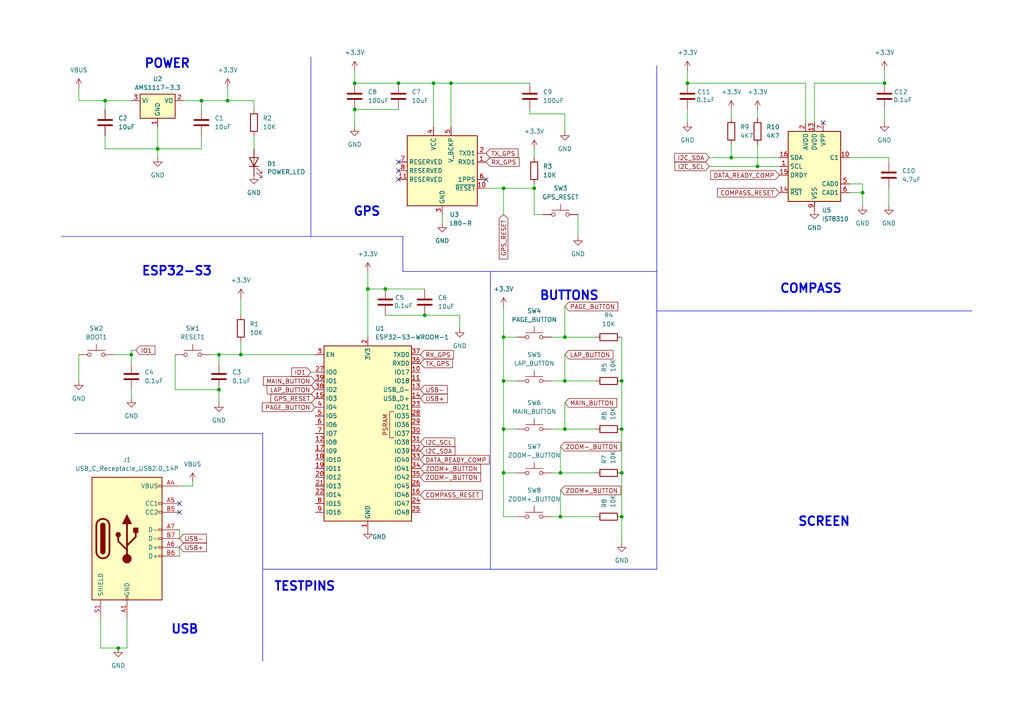
<source format=kicad_sch>
(kicad_sch (version 20250114) (generator "eeschema") (generator_version "9.0")
  (paper "A4")
  (title_block (title "Fietscomputer") (date "2025-08-24") (rev "0") (company "Sint-Jozef Instituut Schoten") (comment 2 "6ICW") (comment 3 "Sybe Van den Bergh"))
  (lib_symbols
    (symbol "Connector:USB_C_Receptacle_USB2.0_14P" (pin_names (offset 1.016))
      (property "Reference" "J" (at 0 22.225 0))
      (property "Value" "USB_C_Receptacle_USB2.0_14P" (at 0 19.685 0))
      (symbol "USB_C_Receptacle_USB2.0_14P_0_0"
        (rectangle (start -0.254 -17.78) (end 0.254 -16.764))
        (rectangle (start 10.16 15.494) (end 9.144 14.986))
        (rectangle (start 10.16 10.414) (end 9.144 9.906))
        (rectangle (start 10.16 7.874) (end 9.144 7.366))
        (rectangle (start 10.16 2.794) (end 9.144 2.286))
        (rectangle (start 10.16 0.254) (end 9.144 -0.254))
        (rectangle (start 10.16 -2.286) (end 9.144 -2.794))
        (rectangle (start 10.16 -4.826) (end 9.144 -5.334))
      )
      (symbol "USB_C_Receptacle_USB2.0_14P_0_1"
        (rectangle (start -10.16 17.78) (end 10.16 -17.78) (stroke (width 0.254)) (fill (type background)))
        (polyline (pts (xy -8.89 -3.81) (xy -8.89 3.81)) (stroke (width 0.508)))
        (rectangle (start -7.62 -3.81) (end -6.35 3.81) (stroke (width 0.254)) (fill (type outline)))
        (arc (start -7.62 3.81) (mid -6.985 4.4423) (end -6.35 3.81) (stroke (width 0.254)))
        (arc (start -7.62 3.81) (mid -6.985 4.4423) (end -6.35 3.81) (stroke (width 0.254)) (fill (type outline)))
        (arc (start -8.89 3.81) (mid -6.985 5.7067) (end -5.08 3.81) (stroke (width 0.508)))
        (arc (start -5.08 -3.81) (mid -6.985 -5.7067) (end -8.89 -3.81) (stroke (width 0.508)))
        (arc (start -6.35 -3.81) (mid -6.985 -4.4423) (end -7.62 -3.81) (stroke (width 0.254)))
        (arc (start -6.35 -3.81) (mid -6.985 -4.4423) (end -7.62 -3.81) (stroke (width 0.254)) (fill (type outline)))
        (polyline (pts (xy -5.08 3.81) (xy -5.08 -3.81)) (stroke (width 0.508)))
        (circle (center -2.54 1.143) (radius 0.635) (stroke (width 0.254)) (fill (type outline)))
        (polyline (pts (xy -1.27 4.318) (xy 0 6.858) (xy 1.27 4.318) (xy -1.27 4.318)) (stroke (width 0.254)) (fill (type outline)))
        (polyline (pts (xy 0 -2.032) (xy 2.54 0.508) (xy 2.54 1.778)) (stroke (width 0.508)))
        (polyline (pts (xy 0 -3.302) (xy -2.54 -0.762) (xy -2.54 0.508)) (stroke (width 0.508)))
        (polyline (pts (xy 0 -5.842) (xy 0 4.318)) (stroke (width 0.508)))
        (circle (center 0 -5.842) (radius 1.27) (fill (type outline)))
        (rectangle (start 1.905 1.778) (end 3.175 3.048) (stroke (width 0.254)) (fill (type outline)))
      )
      (symbol "USB_C_Receptacle_USB2.0_14P_1_1"
        (pin passive line (at -7.62 -22.86 90) (length 5.08) (name "SHIELD") (number "S1"))
        (pin passive line (at 0 -22.86 90) (length 5.08) (name "GND") (number "A1"))
        (pin passive line (at 0 -22.86 90) (length 5.08) (hide yes) (name "GND") (number "A12"))
        (pin passive line (at 0 -22.86 90) (length 5.08) (hide yes) (name "GND") (number "B1"))
        (pin passive line (at 0 -22.86 90) (length 5.08) (hide yes) (name "GND") (number "B12"))
        (pin passive line (at 15.24 15.24 180) (length 5.08) (name "VBUS") (number "A4"))
        (pin passive line (at 15.24 15.24 180) (length 5.08) (hide yes) (name "VBUS") (number "A9"))
        (pin passive line (at 15.24 15.24 180) (length 5.08) (hide yes) (name "VBUS") (number "B4"))
        (pin passive line (at 15.24 15.24 180) (length 5.08) (hide yes) (name "VBUS") (number "B9"))
        (pin bidirectional line (at 15.24 10.16 180) (length 5.08) (name "CC1") (number "A5"))
        (pin bidirectional line (at 15.24 7.62 180) (length 5.08) (name "CC2") (number "B5"))
        (pin bidirectional line (at 15.24 2.54 180) (length 5.08) (name "D-") (number "A7"))
        (pin bidirectional line (at 15.24 0 180) (length 5.08) (name "D-") (number "B7"))
        (pin bidirectional line (at 15.24 -2.54 180) (length 5.08) (name "D+") (number "A6"))
        (pin bidirectional line (at 15.24 -5.08 180) (length 5.08) (name "D+") (number "B6"))
      )
    )
    (symbol "Device:C" (pin_numbers (hide yes)) (pin_names (offset 0.254))
      (property "Reference" "C" (at 0.635 2.54 0))
      (property "Value" "C" (at 0.635 -2.54 0))
      (symbol "C_0_1"
        (polyline (pts (xy -2.032 0.762) (xy 2.032 0.762)) (stroke (width 0.508)))
        (polyline (pts (xy -2.032 -0.762) (xy 2.032 -0.762)) (stroke (width 0.508)))
      )
      (symbol "C_1_1"
        (pin passive line (at 0 3.81 270) (length 2.794) (name "~") (number "1"))
        (pin passive line (at 0 -3.81 90) (length 2.794) (name "~") (number "2"))
      )
    )
    (symbol "Device:LED" (pin_numbers (hide yes)) (pin_names (offset 1.016) (hide yes))
      (property "Reference" "D" (at 0 2.54 0))
      (property "Value" "LED" (at 0 -2.54 0))
      (symbol "LED_0_1"
        (polyline (pts (xy -3.048 -0.762) (xy -4.572 -2.286) (xy -3.81 -2.286) (xy -4.572 -2.286) (xy -4.572 -1.524)))
        (polyline (pts (xy -1.778 -0.762) (xy -3.302 -2.286) (xy -2.54 -2.286) (xy -3.302 -2.286) (xy -3.302 -1.524)))
        (polyline (pts (xy -1.27 0) (xy 1.27 0)))
        (polyline (pts (xy -1.27 -1.27) (xy -1.27 1.27)) (stroke (width 0.254)))
        (polyline (pts (xy 1.27 -1.27) (xy 1.27 1.27) (xy -1.27 0) (xy 1.27 -1.27)) (stroke (width 0.254)))
      )
      (symbol "LED_1_1"
        (pin passive line (at -3.81 0 0) (length 2.54) (name "K") (number "1"))
        (pin passive line (at 3.81 0 180) (length 2.54) (name "A") (number "2"))
      )
    )
    (symbol "Device:R" (pin_numbers (hide yes)) (pin_names (offset 0))
      (property "Reference" "R" (at 2.032 0 90))
      (property "Value" "R" (at 0 0 90))
      (symbol "R_0_1"
        (rectangle (start -1.016 -2.54) (end 1.016 2.54) (stroke (width 0.254)))
      )
      (symbol "R_1_1"
        (pin passive line (at 0 3.81 270) (length 1.27) (name "~") (number "1"))
        (pin passive line (at 0 -3.81 90) (length 1.27) (name "~") (number "2"))
      )
    )
    (symbol "RF_GPS:L80-R"
      (property "Reference" "U" (at -10.16 11.43 0))
      (property "Value" "L80-R" (at 10.16 11.43 0))
      (symbol "L80-R_0_1"
        (rectangle (start -10.16 10.16) (end 10.16 -10.16) (stroke (width 0.254)) (fill (type background)))
      )
      (symbol "L80-R_1_1"
        (pin passive line (at -12.7 2.54 0) (length 2.54) (name "RESERVED") (number "7"))
        (pin passive line (at -12.7 0 0) (length 2.54) (name "RESERVED") (number "8"))
        (pin passive line (at -12.7 -2.54 0) (length 2.54) (name "RESERVED") (number "11"))
        (pin power_in line (at -2.54 12.7 270) (length 2.54) (name "VCC") (number "4"))
        (pin passive line (at 0 -12.7 90) (length 2.54) (hide yes) (name "GND") (number "12"))
        (pin power_in line (at 0 -12.7 90) (length 2.54) (name "GND") (number "3"))
        (pin power_in line (at 2.54 12.7 270) (length 2.54) (name "V_BCKP") (number "5"))
        (pin no_connect line (at 10.16 0 180) (length 2.54) (hide yes) (name "NC") (number "9"))
        (pin output line (at 12.7 5.08 180) (length 2.54) (name "TXD1") (number "2"))
        (pin input line (at 12.7 2.54 180) (length 2.54) (name "RXD1") (number "1"))
        (pin output line (at 12.7 -2.54 180) (length 2.54) (name "1PPS") (number "6"))
        (pin input line (at 12.7 -5.08 180) (length 2.54) (name "~{RESET}") (number "10"))
      )
    )
    (symbol "RF_Module:ESP32-S3-WROOM-1"
      (property "Reference" "U" (at -12.7 26.67 0))
      (property "Value" "ESP32-S3-WROOM-1" (at 12.7 26.67 0))
      (symbol "ESP32-S3-WROOM-1_0_0"
        (rectangle (start -12.7 25.4) (end 12.7 -25.4) (stroke (width 0.254)) (fill (type background)))
        (text "PSRAM" (at 5.08 2.54 900) (effects (font (size 1.27 1.27))))
      )
      (symbol "ESP32-S3-WROOM-1_0_1"
        (polyline (pts (xy 7.62 -1.27) (xy 6.35 -1.27) (xy 6.35 6.35) (xy 7.62 6.35)))
      )
      (symbol "ESP32-S3-WROOM-1_1_1"
        (pin input line (at -15.24 22.86 0) (length 2.54) (name "EN") (number "3"))
        (pin bidirectional line (at -15.24 17.78 0) (length 2.54) (name "IO0") (number "27"))
        (pin bidirectional line (at -15.24 15.24 0) (length 2.54) (name "IO1") (number "39"))
        (pin bidirectional line (at -15.24 12.7 0) (length 2.54) (name "IO2") (number "38"))
        (pin bidirectional line (at -15.24 10.16 0) (length 2.54) (name "IO3") (number "15"))
        (pin bidirectional line (at -15.24 7.62 0) (length 2.54) (name "IO4") (number "4"))
        (pin bidirectional line (at -15.24 5.08 0) (length 2.54) (name "IO5") (number "5"))
        (pin bidirectional line (at -15.24 2.54 0) (length 2.54) (name "IO6") (number "6"))
        (pin bidirectional line (at -15.24 0 0) (length 2.54) (name "IO7") (number "7"))
        (pin bidirectional line (at -15.24 -2.54 0) (length 2.54) (name "IO8") (number "12"))
        (pin bidirectional line (at -15.24 -5.08 0) (length 2.54) (name "IO9") (number "17"))
        (pin bidirectional line (at -15.24 -7.62 0) (length 2.54) (name "IO10") (number "18"))
        (pin bidirectional line (at -15.24 -10.16 0) (length 2.54) (name "IO11") (number "19"))
        (pin bidirectional line (at -15.24 -12.7 0) (length 2.54) (name "IO12") (number "20"))
        (pin bidirectional line (at -15.24 -15.24 0) (length 2.54) (name "IO13") (number "21"))
        (pin bidirectional line (at -15.24 -17.78 0) (length 2.54) (name "IO14") (number "22"))
        (pin bidirectional line (at -15.24 -20.32 0) (length 2.54) (name "IO15") (number "8"))
        (pin bidirectional line (at -15.24 -22.86 0) (length 2.54) (name "IO16") (number "9"))
        (pin power_in line (at 0 27.94 270) (length 2.54) (name "3V3") (number "2"))
        (pin power_in line (at 0 -27.94 90) (length 2.54) (name "GND") (number "1"))
        (pin passive line (at 0 -27.94 90) (length 2.54) (hide yes) (name "GND") (number "40"))
        (pin passive line (at 0 -27.94 90) (length 2.54) (hide yes) (name "GND") (number "41"))
        (pin bidirectional line (at 15.24 22.86 180) (length 2.54) (name "TXD0") (number "37"))
        (pin bidirectional line (at 15.24 20.32 180) (length 2.54) (name "RXD0") (number "36"))
        (pin bidirectional line (at 15.24 17.78 180) (length 2.54) (name "IO17") (number "10"))
        (pin bidirectional line (at 15.24 15.24 180) (length 2.54) (name "IO18") (number "11"))
        (pin bidirectional line (at 15.24 12.7 180) (length 2.54) (name "USB_D-") (number "13"))
        (pin bidirectional line (at 15.24 10.16 180) (length 2.54) (name "USB_D+") (number "14"))
        (pin bidirectional line (at 15.24 7.62 180) (length 2.54) (name "IO21") (number "23"))
        (pin bidirectional line (at 15.24 5.08 180) (length 2.54) (name "IO35") (number "28"))
        (pin bidirectional line (at 15.24 2.54 180) (length 2.54) (name "IO36") (number "29"))
        (pin bidirectional line (at 15.24 0 180) (length 2.54) (name "IO37") (number "30"))
        (pin bidirectional line (at 15.24 -2.54 180) (length 2.54) (name "IO38") (number "31"))
        (pin bidirectional line (at 15.24 -5.08 180) (length 2.54) (name "IO39") (number "32"))
        (pin bidirectional line (at 15.24 -7.62 180) (length 2.54) (name "IO40") (number "33"))
        (pin bidirectional line (at 15.24 -10.16 180) (length 2.54) (name "IO41") (number "34"))
        (pin bidirectional line (at 15.24 -12.7 180) (length 2.54) (name "IO42") (number "35"))
        (pin bidirectional line (at 15.24 -15.24 180) (length 2.54) (name "IO45") (number "26"))
        (pin bidirectional line (at 15.24 -17.78 180) (length 2.54) (name "IO46") (number "16"))
        (pin bidirectional line (at 15.24 -20.32 180) (length 2.54) (name "IO47") (number "24"))
        (pin bidirectional line (at 15.24 -22.86 180) (length 2.54) (name "IO48") (number "25"))
      )
    )
    (symbol "Regulator_Linear:AMS1117-3.3"
      (property "Reference" "U" (at -3.81 3.175 0))
      (property "Value" "AMS1117-3.3" (at 0 3.175 0))
      (symbol "AMS1117-3.3_0_1"
        (rectangle (start -5.08 -5.08) (end 5.08 1.905) (stroke (width 0.254)) (fill (type background)))
      )
      (symbol "AMS1117-3.3_1_1"
        (pin power_in line (at -7.62 0 0) (length 2.54) (name "VI") (number "3"))
        (pin power_in line (at 0 -7.62 90) (length 2.54) (name "GND") (number "1"))
        (pin power_out line (at 7.62 0 180) (length 2.54) (name "VO") (number "2"))
      )
    )
    (symbol "Sensor_Magnetic:IST8310"
      (property "Reference" "U" (at -7.62 11.43 0))
      (property "Value" "IST8310" (at 10.16 11.43 0))
      (symbol "IST8310_0_1"
        (rectangle (start -7.62 10.16) (end 7.62 -10.16) (stroke (width 0.254)) (fill (type background)))
      )
      (symbol "IST8310_1_1"
        (pin bidirectional line (at -10.16 2.54 0) (length 2.54) (name "SDA") (number "16"))
        (pin input line (at -10.16 0 0) (length 2.54) (name "SCL") (number "1"))
        (pin output line (at -10.16 -2.54 0) (length 2.54) (name "DRDY") (number "15"))
        (pin input line (at -10.16 -7.62 0) (length 2.54) (name "~{RST}") (number "14"))
        (pin no_connect line (at -7.62 7.62 0) (length 2.54) (hide yes) (name "NC") (number "3"))
        (pin no_connect line (at -7.62 5.08 0) (length 2.54) (hide yes) (name "NC") (number "4"))
        (pin power_in line (at -2.54 12.7 270) (length 2.54) (name "AVDD") (number "2"))
        (pin power_in line (at 0 12.7 270) (length 2.54) (name "DVDD") (number "13"))
        (pin passive line (at 0 -12.7 90) (length 2.54) (hide yes) (name "VSS") (number "11"))
        (pin power_in line (at 0 -12.7 90) (length 2.54) (name "VSS") (number "9"))
        (pin passive line (at 2.54 12.7 270) (length 2.54) (name "VPP") (number "7"))
        (pin no_connect line (at 7.62 7.62 180) (length 2.54) (hide yes) (name "NC") (number "12"))
        (pin no_connect line (at 7.62 5.08 180) (length 2.54) (hide yes) (name "NC") (number "8"))
        (pin passive line (at 10.16 2.54 180) (length 2.54) (name "C1") (number "10"))
        (pin input line (at 10.16 -5.08 180) (length 2.54) (name "CAD0") (number "5"))
        (pin input line (at 10.16 -7.62 180) (length 2.54) (name "CAD1") (number "6"))
      )
    )
    (symbol "Switch:SW_Push" (pin_numbers (hide yes)) (pin_names (offset 1.016) (hide yes))
      (property "Reference" "SW" (at 1.27 2.54 0))
      (property "Value" "SW_Push" (at 0 -1.524 0))
      (symbol "SW_Push_0_1"
        (circle (center -2.032 0) (radius 0.508))
        (polyline (pts (xy 0 1.27) (xy 0 3.048)))
        (circle (center 2.032 0) (radius 0.508))
        (polyline (pts (xy 2.54 1.27) (xy -2.54 1.27)))
        (pin passive line (at -5.08 0 0) (length 2.54) (name "1") (number "1"))
        (pin passive line (at 5.08 0 180) (length 2.54) (name "2") (number "2"))
      )
    )
    (symbol "power:+3.3V" (power) (pin_numbers (hide yes)) (pin_names (offset 0) (hide yes))
      (property "Value" "+3.3V" (at 0 3.556 0))
      (symbol "+3.3V_0_1"
        (polyline (pts (xy -0.762 1.27) (xy 0 2.54)))
        (polyline (pts (xy 0 2.54) (xy 0.762 1.27)))
        (polyline (pts (xy 0 0) (xy 0 2.54)))
      )
      (symbol "+3.3V_1_1"
        (pin power_in line (at 0 0 90) (length 0) (name "~") (number "1"))
      )
    )
    (symbol "power:GND" (power) (pin_numbers (hide yes)) (pin_names (offset 0) (hide yes))
      (property "Value" "GND" (at 0 -3.81 0))
      (symbol "GND_0_1"
        (polyline (pts (xy 0 0) (xy 0 -1.27) (xy 1.27 -1.27) (xy 0 -2.54) (xy -1.27 -1.27) (xy 0 -1.27)))
      )
      (symbol "GND_1_1"
        (pin power_in line (at 0 0 270) (length 0) (name "~") (number "1"))
      )
    )
    (symbol "power:VBUS" (power) (pin_numbers (hide yes)) (pin_names (offset 0) (hide yes))
      (property "Value" "VBUS" (at 0 3.556 0))
      (symbol "VBUS_0_1"
        (polyline (pts (xy -0.762 1.27) (xy 0 2.54)))
        (polyline (pts (xy 0 2.54) (xy 0.762 1.27)))
        (polyline (pts (xy 0 0) (xy 0 2.54)))
      )
      (symbol "VBUS_1_1"
        (pin power_in line (at 0 0 90) (length 0) (name "~") (number "1"))
      )
    )
  )
  (text "GPS" (at 106.426 61.468 0) (effects (font (size 2.54 2.54) (thickness 0.508) (bold yes))))
  (text "TESTPINS\n" (at 88.392 170.18 0) (effects (font (size 2.54 2.54) (thickness 0.508) (bold yes))))
  (text "COMPASS" (at 235.204 83.82 0) (effects (font (size 2.54 2.54) (thickness 0.508) (bold yes))))
  (text "ESP32-S3" (at 51.308 78.74 0) (effects (font (size 2.54 2.54) (thickness 0.508) (bold yes))))
  (text "SCREEN\n" (at 239.014 151.384 0) (effects (font (size 2.54 2.54) (thickness 0.508) (bold yes))))
  (text "POWER" (at 48.514 18.542 0) (effects (font (size 2.54 2.54) (thickness 0.508) (bold yes))))
  (text "USB\n" (at 53.594 182.626 0) (effects (font (size 2.54 2.54) (thickness 0.508) (bold yes))))
  (text "BUTTONS" (at 165.1 85.852 0) (effects (font (size 2.54 2.54) (thickness 0.508) (bold yes))))
  (junction (at 146.05 137.16))
  (junction (at 34.29 187.96))
  (junction (at 111.76 83.82))
  (junction (at 162.56 149.86))
  (junction (at 63.5 113.03))
  (junction (at 146.05 54.61))
  (junction (at 154.94 54.61))
  (junction (at 102.87 31.75))
  (junction (at 219.71 48.26))
  (junction (at 66.04 29.21))
  (junction (at 256.54 24.13))
  (junction (at 146.05 124.46))
  (junction (at 102.87 24.13))
  (junction (at 163.83 124.46))
  (junction (at 212.09 45.72))
  (junction (at 180.34 110.49))
  (junction (at 69.85 102.87))
  (junction (at 180.34 124.46))
  (junction (at 123.19 91.44))
  (junction (at 115.57 24.13))
  (junction (at 63.5 102.87))
  (junction (at 130.81 24.13))
  (junction (at 45.72 43.18))
  (junction (at 250.19 55.88))
  (junction (at 58.42 29.21))
  (junction (at 199.39 24.13))
  (junction (at 180.34 137.16))
  (junction (at 106.68 83.82))
  (junction (at 30.48 29.21))
  (junction (at 38.1 102.87))
  (junction (at 180.34 149.86))
  (junction (at 163.83 110.49))
  (junction (at 146.05 110.49))
  (junction (at 163.83 97.79))
  (junction (at 162.56 137.16))
  (junction (at 146.05 97.79))
  (junction (at 125.73 24.13))
  (no_connect (at 52.07 148.59))
  (no_connect (at 140.97 52.07))
  (no_connect (at 115.57 52.07))
  (no_connect (at 238.76 35.56))
  (no_connect (at 115.57 49.53))
  (no_connect (at 115.57 46.99))
  (no_connect (at 52.07 146.05))
  (wire (pts (xy 45.72 36.83) (xy 45.72 43.18)))
  (wire (pts (xy 219.71 48.26) (xy 226.06 48.26)))
  (wire (pts (xy 160.02 110.49) (xy 163.83 110.49)))
  (wire (pts (xy 163.83 97.79) (xy 172.72 97.79)))
  (polyline (pts (xy 190.5 78.74) (xy 116.84 78.74)))
  (wire (pts (xy 163.83 88.9) (xy 163.83 97.79)))
  (wire (pts (xy 180.34 97.79) (xy 180.34 110.49)))
  (wire (pts (xy 73.66 39.37) (xy 73.66 43.18)))
  (wire (pts (xy 162.56 137.16) (xy 172.72 137.16)))
  (wire (pts (xy 154.94 53.34) (xy 154.94 54.61)))
  (wire (pts (xy 163.83 124.46) (xy 172.72 124.46)))
  (wire (pts (xy 180.34 149.86) (xy 180.34 157.48)))
  (wire (pts (xy 163.83 116.84) (xy 163.83 124.46)))
  (wire (pts (xy 111.76 83.82) (xy 123.19 83.82)))
  (wire (pts (xy 160.02 124.46) (xy 163.83 124.46)))
  (wire (pts (xy 123.19 91.44) (xy 133.35 91.44)))
  (wire (pts (xy 212.09 41.91) (xy 212.09 45.72)))
  (wire (pts (xy 111.76 91.44) (xy 123.19 91.44)))
  (wire (pts (xy 33.02 102.87) (xy 38.1 102.87)))
  (wire (pts (xy 69.85 102.87) (xy 91.44 102.87)))
  (polyline (pts (xy 116.84 78.74) (xy 116.84 68.58)))
  (wire (pts (xy 256.54 20.32) (xy 256.54 24.13)))
  (wire (pts (xy 58.42 39.37) (xy 58.42 43.18)))
  (wire (pts (xy 163.83 33.02) (xy 153.67 33.02)))
  (wire (pts (xy 66.04 29.21) (xy 66.04 25.4)))
  (wire (pts (xy 163.83 110.49) (xy 172.72 110.49)))
  (wire (pts (xy 146.05 54.61) (xy 146.05 62.23)))
  (wire (pts (xy 146.05 110.49) (xy 149.86 110.49)))
  (wire (pts (xy 246.38 53.34) (xy 250.19 53.34)))
  (wire (pts (xy 58.42 29.21) (xy 66.04 29.21)))
  (wire (pts (xy 38.1 113.03) (xy 38.1 115.57)))
  (wire (pts (xy 154.94 43.18) (xy 154.94 45.72)))
  (wire (pts (xy 180.34 124.46) (xy 180.34 137.16)))
  (wire (pts (xy 236.22 24.13) (xy 236.22 35.56)))
  (wire (pts (xy 30.48 39.37) (xy 30.48 43.18)))
  (polyline (pts (xy 90.17 16.51) (xy 90.17 68.58)))
  (wire (pts (xy 146.05 124.46) (xy 149.86 124.46)))
  (wire (pts (xy 146.05 149.86) (xy 149.86 149.86)))
  (wire (pts (xy 52.07 153.67) (xy 52.07 156.21)))
  (wire (pts (xy 246.38 55.88) (xy 250.19 55.88)))
  (wire (pts (xy 106.68 78.74) (xy 106.68 83.82)))
  (wire (pts (xy 146.05 97.79) (xy 146.05 110.49)))
  (wire (pts (xy 125.73 24.13) (xy 115.57 24.13)))
  (wire (pts (xy 38.1 101.6) (xy 39.37 101.6)))
  (wire (pts (xy 30.48 43.18) (xy 45.72 43.18)))
  (wire (pts (xy 153.67 33.02) (xy 153.67 31.75)))
  (wire (pts (xy 36.83 187.96) (xy 36.83 179.07)))
  (wire (pts (xy 22.86 29.21) (xy 30.48 29.21)))
  (wire (pts (xy 256.54 31.75) (xy 256.54 35.56)))
  (wire (pts (xy 91.44 107.95) (xy 90.17 107.95)))
  (wire (pts (xy 45.72 43.18) (xy 45.72 45.72)))
  (wire (pts (xy 167.64 62.23) (xy 167.64 68.58)))
  (wire (pts (xy 133.35 95.25) (xy 133.35 91.44)))
  (wire (pts (xy 45.72 43.18) (xy 58.42 43.18)))
  (wire (pts (xy 38.1 105.41) (xy 38.1 102.87)))
  (wire (pts (xy 52.07 158.75) (xy 52.07 161.29)))
  (wire (pts (xy 69.85 86.36) (xy 69.85 91.44)))
  (wire (pts (xy 160.02 149.86) (xy 162.56 149.86)))
  (wire (pts (xy 180.34 110.49) (xy 180.34 124.46)))
  (wire (pts (xy 125.73 36.83) (xy 125.73 24.13)))
  (wire (pts (xy 212.09 31.75) (xy 212.09 34.29)))
  (wire (pts (xy 115.57 24.13) (xy 102.87 24.13)))
  (wire (pts (xy 55.88 139.7) (xy 55.88 140.97)))
  (wire (pts (xy 162.56 149.86) (xy 172.72 149.86)))
  (wire (pts (xy 106.68 83.82) (xy 106.68 97.79)))
  (wire (pts (xy 125.73 24.13) (xy 130.81 24.13)))
  (wire (pts (xy 154.94 54.61) (xy 154.94 62.23)))
  (polyline (pts (xy 190.5 90.17) (xy 281.94 90.17)))
  (wire (pts (xy 130.81 24.13) (xy 153.67 24.13)))
  (wire (pts (xy 63.5 113.03) (xy 50.8 113.03)))
  (wire (pts (xy 102.87 31.75) (xy 102.87 36.83)))
  (wire (pts (xy 250.19 55.88) (xy 250.19 59.69)))
  (wire (pts (xy 130.81 24.13) (xy 130.81 36.83)))
  (wire (pts (xy 160.02 97.79) (xy 163.83 97.79)))
  (wire (pts (xy 219.71 31.75) (xy 219.71 34.29)))
  (wire (pts (xy 233.68 24.13) (xy 233.68 35.56)))
  (wire (pts (xy 256.54 24.13) (xy 236.22 24.13)))
  (wire (pts (xy 60.96 102.87) (xy 63.5 102.87)))
  (wire (pts (xy 73.66 31.75) (xy 73.66 29.21)))
  (wire (pts (xy 257.81 54.61) (xy 257.81 59.69)))
  (polyline (pts (xy 76.2 165.1) (xy 190.5 165.1)))
  (wire (pts (xy 163.83 102.87) (xy 163.83 110.49)))
  (polyline (pts (xy 17.78 68.58) (xy 90.17 68.58)))
  (wire (pts (xy 219.71 41.91) (xy 219.71 48.26)))
  (wire (pts (xy 162.56 142.24) (xy 162.56 149.86)))
  (wire (pts (xy 22.86 102.87) (xy 22.86 110.49)))
  (wire (pts (xy 199.39 24.13) (xy 233.68 24.13)))
  (wire (pts (xy 128.27 62.23) (xy 128.27 64.77)))
  (wire (pts (xy 180.34 137.16) (xy 180.34 149.86)))
  (polyline (pts (xy 142.24 78.74) (xy 142.24 165.1)))
  (wire (pts (xy 102.87 31.75) (xy 115.57 31.75)))
  (wire (pts (xy 205.74 48.26) (xy 219.71 48.26)))
  (wire (pts (xy 146.05 54.61) (xy 154.94 54.61)))
  (wire (pts (xy 30.48 29.21) (xy 30.48 31.75)))
  (polyline (pts (xy 21.59 125.73) (xy 76.2 125.73)))
  (wire (pts (xy 162.56 129.54) (xy 162.56 137.16)))
  (wire (pts (xy 22.86 25.4) (xy 22.86 29.21)))
  (wire (pts (xy 58.42 29.21) (xy 58.42 31.75)))
  (wire (pts (xy 146.05 137.16) (xy 149.86 137.16)))
  (wire (pts (xy 69.85 99.06) (xy 69.85 102.87)))
  (polyline (pts (xy 116.84 68.58) (xy 90.17 68.58)))
  (wire (pts (xy 66.04 29.21) (xy 73.66 29.21)))
  (wire (pts (xy 146.05 137.16) (xy 146.05 149.86)))
  (wire (pts (xy 157.48 62.23) (xy 154.94 62.23)))
  (wire (pts (xy 146.05 97.79) (xy 149.86 97.79)))
  (wire (pts (xy 63.5 102.87) (xy 69.85 102.87)))
  (wire (pts (xy 30.48 29.21) (xy 38.1 29.21)))
  (wire (pts (xy 199.39 31.75) (xy 199.39 35.56)))
  (wire (pts (xy 53.34 29.21) (xy 58.42 29.21)))
  (wire (pts (xy 199.39 20.32) (xy 199.39 24.13)))
  (wire (pts (xy 205.74 45.72) (xy 212.09 45.72)))
  (wire (pts (xy 257.81 45.72) (xy 257.81 46.99)))
  (wire (pts (xy 146.05 124.46) (xy 146.05 137.16)))
  (wire (pts (xy 55.88 140.97) (xy 52.07 140.97)))
  (wire (pts (xy 246.38 45.72) (xy 257.81 45.72)))
  (wire (pts (xy 163.83 38.1) (xy 163.83 33.02)))
  (wire (pts (xy 146.05 88.9) (xy 146.05 97.79)))
  (wire (pts (xy 102.87 20.32) (xy 102.87 24.13)))
  (polyline (pts (xy 76.2 125.73) (xy 76.2 191.77)))
  (wire (pts (xy 63.5 113.03) (xy 63.5 116.84)))
  (wire (pts (xy 160.02 137.16) (xy 162.56 137.16)))
  (wire (pts (xy 63.5 102.87) (xy 63.5 105.41)))
  (wire (pts (xy 50.8 102.87) (xy 50.8 113.03)))
  (wire (pts (xy 38.1 102.87) (xy 38.1 101.6)))
  (wire (pts (xy 146.05 110.49) (xy 146.05 124.46)))
  (polyline (pts (xy 190.5 19.05) (xy 190.5 90.17)))
  (wire (pts (xy 34.29 187.96) (xy 36.83 187.96)))
  (wire (pts (xy 250.19 53.34) (xy 250.19 55.88)))
  (polyline (pts (xy 190.5 90.17) (xy 190.5 165.1)))
  (wire (pts (xy 140.97 54.61) (xy 146.05 54.61)))
  (wire (pts (xy 212.09 45.72) (xy 226.06 45.72)))
  (wire (pts (xy 29.21 187.96) (xy 34.29 187.96)))
  (wire (pts (xy 106.68 83.82) (xy 111.76 83.82)))
  (wire (pts (xy 29.21 179.07) (xy 29.21 187.96)))
  (global_label "RX_GPS" (shape input) (at 140.97 46.99 0) (property "Intersheetrefs" "${INTERSHEET_REFS}" (effects (hide yes))))
  (global_label "IO1" (shape input) (at 39.37 101.6 0) (property "Intersheetrefs" "${INTERSHEET_REFS}" (effects (hide yes))))
  (global_label "ZOOM+_BUTTON" (shape input) (at 121.92 135.89 0) (property "Intersheetrefs" "${INTERSHEET_REFS}" (effects (hide yes))))
  (global_label "ZOOM-_BUTTON" (shape input) (at 121.92 138.43 0) (property "Intersheetrefs" "${INTERSHEET_REFS}" (effects (hide yes))))
  (global_label "TX_GPS" (shape input) (at 140.97 44.45 0) (property "Intersheetrefs" "${INTERSHEET_REFS}" (effects (hide yes))))
  (global_label "USB-" (shape input) (at 52.07 156.21 0) (property "Intersheetrefs" "${INTERSHEET_REFS}" (effects (hide yes))))
  (global_label "USB+" (shape input) (at 121.92 115.57 0) (property "Intersheetrefs" "${INTERSHEET_REFS}" (effects (hide yes))))
  (global_label "GPS_RESET" (shape input) (at 146.05 62.23 270) (property "Intersheetrefs" "${INTERSHEET_REFS}" (effects (hide yes))))
  (global_label "I2C_SCL" (shape input) (at 205.74 48.26 180) (property "Intersheetrefs" "${INTERSHEET_REFS}" (effects (hide yes))))
  (global_label "ZOOM+_BUTTON" (shape input) (at 162.56 142.24 0) (property "Intersheetrefs" "${INTERSHEET_REFS}" (effects (hide yes))))
  (global_label "I2C_SDA" (shape input) (at 121.92 130.81 0) (property "Intersheetrefs" "${INTERSHEET_REFS}" (effects (hide yes))))
  (global_label "LAP_BUTTON" (shape input) (at 91.44 113.03 180) (property "Intersheetrefs" "${INTERSHEET_REFS}" (effects (hide yes))))
  (global_label "MAIN_BUTTON" (shape input) (at 163.83 116.84 0) (property "Intersheetrefs" "${INTERSHEET_REFS}" (effects (hide yes))))
  (global_label "GPS_RESET" (shape input) (at 91.44 115.57 180) (property "Intersheetrefs" "${INTERSHEET_REFS}" (effects (hide yes))))
  (global_label "COMPASS_RESET" (shape input) (at 121.92 143.51 0) (property "Intersheetrefs" "${INTERSHEET_REFS}" (effects (hide yes))))
  (global_label "ZOOM-_BUTTON" (shape input) (at 162.56 129.54 0) (property "Intersheetrefs" "${INTERSHEET_REFS}" (effects (hide yes))))
  (global_label "USB+" (shape input) (at 52.07 158.75 0) (property "Intersheetrefs" "${INTERSHEET_REFS}" (effects (hide yes))))
  (global_label "COMPASS_RESET" (shape input) (at 226.06 55.88 180) (property "Intersheetrefs" "${INTERSHEET_REFS}" (effects (hide yes))))
  (global_label "USB-" (shape input) (at 121.92 113.03 0) (property "Intersheetrefs" "${INTERSHEET_REFS}" (effects (hide yes))))
  (global_label "RX_GPS" (shape input) (at 121.92 102.87 0) (property "Intersheetrefs" "${INTERSHEET_REFS}" (effects (hide yes))))
  (global_label "DATA_READY_COMP" (shape input) (at 226.06 50.8 180) (property "Intersheetrefs" "${INTERSHEET_REFS}" (effects (hide yes))))
  (global_label "MAIN_BUTTON" (shape input) (at 91.44 110.49 180) (property "Intersheetrefs" "${INTERSHEET_REFS}" (effects (hide yes))))
  (global_label "TX_GPS" (shape input) (at 121.92 105.41 0) (property "Intersheetrefs" "${INTERSHEET_REFS}" (effects (hide yes))))
  (global_label "DATA_READY_COMP" (shape input) (at 121.92 133.35 0) (property "Intersheetrefs" "${INTERSHEET_REFS}" (effects (hide yes))))
  (global_label "I2C_SDA" (shape input) (at 205.74 45.72 180) (property "Intersheetrefs" "${INTERSHEET_REFS}" (effects (hide yes))))
  (global_label "IO1" (shape input) (at 90.17 107.95 180) (property "Intersheetrefs" "${INTERSHEET_REFS}" (effects (hide yes))))
  (global_label "LAP_BUTTON" (shape input) (at 163.83 102.87 0) (property "Intersheetrefs" "${INTERSHEET_REFS}" (effects (hide yes))))
  (global_label "PAGE_BUTTON" (shape input) (at 91.44 118.11 180) (property "Intersheetrefs" "${INTERSHEET_REFS}" (effects (hide yes))))
  (global_label "PAGE_BUTTON" (shape input) (at 163.83 88.9 0) (property "Intersheetrefs" "${INTERSHEET_REFS}" (effects (hide yes))))
  (global_label "I2C_SCL" (shape input) (at 121.92 128.27 0) (property "Intersheetrefs" "${INTERSHEET_REFS}" (effects (hide yes))))
  (symbol (lib_id "Switch:SW_Push") (at 154.94 137.16 0) (unit 1)
    (property "Reference" "SW7" (at 154.94 129.54 0))
    (property "Value" "ZOOM-_BUTTON" (at 154.94 132.08 0))
    (property "Footprint" "CUSTOM FOODPRINTS:KNOP ANGLED" (effects (hide yes)))
    (property "Description" "Push button switch, generic, two pins" (effects (hide yes)))
    (property "JLCPCB PARTNUMBER" "C86476" (effects (hide yes)))
  )
  (symbol (lib_id "Device:C") (at 38.1 109.22 0) (unit 1)
    (property "Reference" "C4" (at 41.91 107.9499 0) (effects (justify left)))
    (property "Value" "0.1uF" (at 41.91 110.4899 0) (effects (justify left)))
    (property "Footprint" "Capacitor_SMD:C_0805_2012Metric" (effects (hide yes)))
    (property "Description" "Unpolarized capacitor" (effects (hide yes)))
  )
  (symbol (lib_id "Device:C") (at 115.57 27.94 0) (unit 1)
    (property "Reference" "C7" (at 119.38 26.6699 0) (effects (justify left)))
    (property "Value" "10uF" (at 119.38 29.2099 0) (effects (justify left)))
    (property "Footprint" "Capacitor_SMD:C_0805_2012Metric" (effects (hide yes)))
    (property "Description" "Unpolarized capacitor" (effects (hide yes)))
  )
  (symbol (lib_id "power:+3.3V") (at 212.09 31.75 0) (unit 1)
    (property "Reference" "#PWR022" (effects (hide yes)))
    (property "Value" "+3.3V" (at 212.09 26.67 0))
    (property "Description" "Power symbol creates a global label with name \"+3.3V\"" (effects (hide yes)))
  )
  (symbol (lib_id "power:+3.3V") (at 69.85 86.36 0) (unit 1)
    (property "Reference" "#PWR04" (effects (hide yes)))
    (property "Value" "+3.3V" (at 69.85 81.28 0))
    (property "Description" "Power symbol creates a global label with name \"+3.3V\"" (effects (hide yes)))
  )
  (symbol (lib_id "Sensor_Magnetic:IST8310") (at 236.22 48.26 0) (unit 1)
    (property "Reference" "U5" (at 238.3633 60.96 0) (effects (justify left)))
    (property "Value" "IST8310" (at 238.3633 63.5 0) (effects (justify left)))
    (property "Footprint" "Package_LGA:LGA-16_3x3mm_P0.5mm" (effects (hide yes)))
    (property "Datasheet" "http://www.isentek.com/en/dlf.php?file=../ISENTEK/(201703-09)IST8310%20Datasheet%20v1.2_brief-105.09.20.pdf" (effects (hide yes)))
    (property "Description" "3D Magnetometer, I2C Interface, LGA-16" (effects (hide yes)))
  )
  (symbol (lib_id "power:+3.3V") (at 146.05 88.9 0) (unit 1)
    (property "Reference" "#PWR021" (effects (hide yes)))
    (property "Value" "+3.3V" (at 146.05 83.82 0))
    (property "Description" "Power symbol creates a global label with name \"+3.3V\"" (effects (hide yes)))
  )
  (symbol (lib_id "power:+3.3V") (at 199.39 20.32 0) (unit 1)
    (property "Reference" "#PWR029" (effects (hide yes)))
    (property "Value" "+3.3V" (at 199.39 15.24 0))
    (property "Description" "Power symbol creates a global label with name \"+3.3V\"" (effects (hide yes)))
  )
  (symbol (lib_id "power:GND") (at 167.64 68.58 0) (unit 1)
    (property "Reference" "#PWR016" (effects (hide yes)))
    (property "Value" "GND" (at 167.64 73.66 0))
    (property "Description" "Power symbol creates a global label with name \"GND\" , ground" (effects (hide yes)))
  )
  (symbol (lib_id "Device:R") (at 73.66 35.56 0) (unit 1)
    (property "Reference" "R2" (at 76.2 34.2899 0) (effects (justify left)))
    (property "Value" "10K" (at 76.2 36.8299 0) (effects (justify left)))
    (property "Footprint" "Resistor_SMD:R_0805_2012Metric" (effects (hide yes)))
    (property "Description" "Resistor" (effects (hide yes)))
  )
  (symbol (lib_id "Regulator_Linear:AMS1117-3.3") (at 45.72 29.21 0) (unit 1)
    (property "Reference" "U2" (at 45.72 22.86 0))
    (property "Value" "AMS1117-3.3" (at 45.72 25.4 0))
    (property "Footprint" "Package_TO_SOT_SMD:SOT-223-3_TabPin2" (effects (hide yes)))
    (property "Datasheet" "http://www.advanced-monolithic.com/pdf/ds1117.pdf" (effects (hide yes)))
    (property "Description" "1A Low Dropout regulator, positive, 3.3V fixed output, SOT-223" (effects (hide yes)))
  )
  (symbol (lib_id "Device:C") (at 256.54 27.94 0) (unit 1)
    (property "Reference" "C12" (at 259.334 26.67 0) (effects (justify left)))
    (property "Value" "0.1uF" (at 259.08 28.956 0) (effects (justify left)))
    (property "Footprint" "Capacitor_SMD:C_0805_2012Metric" (effects (hide yes)))
    (property "Description" "Unpolarized capacitor" (effects (hide yes)))
  )
  (symbol (lib_id "Device:R") (at 176.53 97.79 90) (unit 1)
    (property "Reference" "R4" (at 176.53 91.44 90))
    (property "Value" "10K" (at 176.53 93.98 90))
    (property "Footprint" "Resistor_SMD:R_0805_2012Metric" (effects (hide yes)))
    (property "Description" "Resistor" (effects (hide yes)))
  )
  (symbol (lib_id "power:GND") (at 63.5 116.84 0) (unit 1)
    (property "Reference" "#PWR05" (effects (hide yes)))
    (property "Value" "GND" (at 63.5 121.92 0))
    (property "Description" "Power symbol creates a global label with name \"GND\" , ground" (effects (hide yes)))
  )
  (symbol (lib_id "power:GND") (at 38.1 115.57 0) (unit 1)
    (property "Reference" "#PWR06" (effects (hide yes)))
    (property "Value" "GND" (at 38.1 120.65 0))
    (property "Description" "Power symbol creates a global label with name \"GND\" , ground" (effects (hide yes)))
  )
  (symbol (lib_id "Device:LED") (at 73.66 46.99 90) (unit 1)
    (property "Reference" "D1" (at 77.47 47.498 90) (effects (justify right)))
    (property "Value" "POWER_LED" (at 77.47 49.8474 90) (effects (justify right)))
    (property "Footprint" "LED_SMD:LED_0603_1608Metric" (effects (hide yes)))
    (property "Description" "Light emitting diode" (effects (hide yes)))
    (property "Sim.Pins" "1=K 2=A" (effects (hide yes)))
  )
  (symbol (lib_id "Device:C") (at 102.87 27.94 0) (unit 1)
    (property "Reference" "C8" (at 106.68 26.6699 0) (effects (justify left)))
    (property "Value" "100uF" (at 106.68 29.2099 0) (effects (justify left)))
    (property "Footprint" "Capacitor_SMD:C_0805_2012Metric" (effects (hide yes)))
    (property "Description" "Unpolarized capacitor" (effects (hide yes)))
  )
  (symbol (lib_id "Device:C") (at 257.81 50.8 0) (unit 1)
    (property "Reference" "C10" (at 261.62 49.5299 0) (effects (justify left)))
    (property "Value" "4.7uF" (at 261.62 52.0699 0) (effects (justify left)))
    (property "Footprint" "Capacitor_SMD:C_0805_2012Metric" (effects (hide yes)))
    (property "Description" "Unpolarized capacitor" (effects (hide yes)))
  )
  (symbol (lib_id "power:GND") (at 22.86 110.49 0) (unit 1)
    (property "Reference" "#PWR07" (effects (hide yes)))
    (property "Value" "GND" (at 22.86 115.57 0))
    (property "Description" "Power symbol creates a global label with name \"GND\" , ground" (effects (hide yes)))
  )
  (symbol (lib_id "power:GND") (at 236.22 60.96 0) (unit 1)
    (property "Reference" "#PWR026" (effects (hide yes)))
    (property "Value" "GND" (at 236.22 66.04 0))
    (property "Description" "Power symbol creates a global label with name \"GND\" , ground" (effects (hide yes)))
  )
  (symbol (lib_id "power:+3.3V") (at 102.87 20.32 0) (unit 1)
    (property "Reference" "#PWR018" (effects (hide yes)))
    (property "Value" "+3.3V" (at 102.87 15.24 0))
    (property "Description" "Power symbol creates a global label with name \"+3.3V\"" (effects (hide yes)))
  )
  (symbol (lib_id "power:+3.3V") (at 106.68 78.74 0) (unit 1)
    (property "Reference" "#PWR011" (effects (hide yes)))
    (property "Value" "+3.3V" (at 106.68 73.66 0))
    (property "Description" "Power symbol creates a global label with name \"+3.3V\"" (effects (hide yes)))
  )
  (symbol (lib_id "power:+3.3V") (at 154.94 43.18 0) (unit 1)
    (property "Reference" "#PWR015" (effects (hide yes)))
    (property "Value" "+3.3V" (at 154.94 38.1 0))
    (property "Description" "Power symbol creates a global label with name \"+3.3V\"" (effects (hide yes)))
  )
  (symbol (lib_id "power:+3.3V") (at 219.71 31.75 0) (unit 1)
    (property "Reference" "#PWR023" (effects (hide yes)))
    (property "Value" "+3.3V" (at 219.71 26.67 0))
    (property "Description" "Power symbol creates a global label with name \"+3.3V\"" (effects (hide yes)))
  )
  (symbol (lib_id "Device:C") (at 58.42 35.56 0) (unit 1)
    (property "Reference" "C1" (at 62.23 34.2899 0) (effects (justify left)))
    (property "Value" "10uF" (at 62.23 36.8299 0) (effects (justify left)))
    (property "Footprint" "Capacitor_SMD:C_0805_2012Metric" (effects (hide yes)))
    (property "Description" "Unpolarized capacitor" (effects (hide yes)))
  )
  (symbol (lib_id "Switch:SW_Push") (at 154.94 110.49 0) (unit 1)
    (property "Reference" "SW5" (at 154.94 102.87 0))
    (property "Value" "LAP_BUTTON" (at 154.94 105.41 0))
    (property "Footprint" "CUSTOM FOODPRINTS:KNOP ANGLED" (effects (hide yes)))
    (property "Description" "Push button switch, generic, two pins" (effects (hide yes)))
  )
  (symbol (lib_id "Connector:USB_C_Receptacle_USB2.0_14P") (at 36.83 156.21 0) (unit 1)
    (property "Reference" "J1" (at 36.83 133.35 0))
    (property "Value" "USB_C_Receptacle_USB2.0_14P" (at 36.83 135.89 0))
    (property "Footprint" "Connector_USB:USB_C_Receptacle_GCT_USB4105-xx-A_16P_TopMnt_Horizontal" (effects (hide yes)))
    (property "Datasheet" "https://www.usb.org/sites/default/files/documents/usb_type-c.zip" (effects (hide yes)))
    (property "Description" "USB 2.0-only 14P Type-C Receptacle connector" (effects (hide yes)))
  )
  (symbol (lib_id "power:GND") (at 180.34 157.48 0) (unit 1)
    (property "Reference" "#PWR020" (effects (hide yes)))
    (property "Value" "GND" (at 180.34 162.56 0))
    (property "Description" "Power symbol creates a global label with name \"GND\" , ground" (effects (hide yes)))
  )
  (symbol (lib_id "Device:C") (at 30.48 35.56 0) (unit 1)
    (property "Reference" "C2" (at 34.29 34.2899 0) (effects (justify left)))
    (property "Value" "10uF" (at 34.29 36.8299 0) (effects (justify left)))
    (property "Footprint" "Capacitor_SMD:C_0805_2012Metric" (effects (hide yes)))
    (property "Description" "Unpolarized capacitor" (effects (hide yes)))
  )
  (symbol (lib_id "Device:R") (at 69.85 95.25 0) (unit 1)
    (property "Reference" "R1" (at 72.39 93.9799 0) (effects (justify left)))
    (property "Value" "10K" (at 72.39 96.5199 0) (effects (justify left)))
    (property "Footprint" "Resistor_SMD:R_0805_2012Metric" (effects (hide yes)))
    (property "Description" "Resistor" (effects (hide yes)))
  )
  (symbol (lib_id "power:GND") (at 45.72 45.72 0) (unit 1)
    (property "Reference" "#PWR03" (effects (hide yes)))
    (property "Value" "GND" (at 45.72 50.8 0))
    (property "Description" "Power symbol creates a global label with name \"GND\" , ground" (effects (hide yes)))
  )
  (symbol (lib_id "Device:C") (at 199.39 27.94 0) (unit 1)
    (property "Reference" "C11" (at 202.184 26.67 0) (effects (justify left)))
    (property "Value" "0.1uF" (at 201.93 28.956 0) (effects (justify left)))
    (property "Footprint" "Capacitor_SMD:C_0805_2012Metric" (effects (hide yes)))
    (property "Description" "Unpolarized capacitor" (effects (hide yes)))
  )
  (symbol (lib_id "Device:C") (at 111.76 87.63 0) (unit 1)
    (property "Reference" "C5" (at 114.554 86.36 0) (effects (justify left)))
    (property "Value" "0.1uF" (at 114.3 88.646 0) (effects (justify left)))
    (property "Footprint" "Capacitor_SMD:C_0805_2012Metric" (effects (hide yes)))
    (property "Description" "Unpolarized capacitor" (effects (hide yes)))
  )
  (symbol (lib_id "Device:C") (at 123.19 87.63 0) (unit 1)
    (property "Reference" "C6" (at 127 86.3599 0) (effects (justify left)))
    (property "Value" "10uF" (at 127 88.8999 0) (effects (justify left)))
    (property "Footprint" "Capacitor_SMD:C_0805_2012Metric" (effects (hide yes)))
    (property "Description" "Unpolarized capacitor" (effects (hide yes)))
  )
  (symbol (lib_id "power:VBUS") (at 22.86 25.4 0) (unit 1)
    (property "Reference" "#PWR02" (effects (hide yes)))
    (property "Value" "VBUS" (at 22.86 20.32 0))
    (property "Description" "Power symbol creates a global label with name \"VBUS\"" (effects (hide yes)))
  )
  (symbol (lib_id "Device:R") (at 176.53 137.16 90) (unit 1)
    (property "Reference" "R7" (at 175.2599 134.62 0) (effects (justify left)))
    (property "Value" "10K" (at 177.7999 134.62 0) (effects (justify left)))
    (property "Footprint" "Resistor_SMD:R_0805_2012Metric" (effects (hide yes)))
    (property "Description" "Resistor" (effects (hide yes)))
  )
  (symbol (lib_id "power:GND") (at 256.54 35.56 0) (unit 1)
    (property "Reference" "#PWR027" (effects (hide yes)))
    (property "Value" "GND" (at 256.54 40.64 0))
    (property "Description" "Power symbol creates a global label with name \"GND\" , ground" (effects (hide yes)))
  )
  (symbol (lib_id "power:GND") (at 34.29 187.96 0) (unit 1)
    (property "Reference" "#PWR08" (effects (hide yes)))
    (property "Value" "GND" (at 34.29 193.04 0))
    (property "Description" "Power symbol creates a global label with name \"GND\" , ground" (effects (hide yes)))
  )
  (symbol (lib_id "Device:C") (at 63.5 109.22 0) (unit 1)
    (property "Reference" "C3" (at 67.31 107.9499 0) (effects (justify left)))
    (property "Value" "0.1uF" (at 67.31 110.4899 0) (effects (justify left)))
    (property "Footprint" "Capacitor_SMD:C_0805_2012Metric" (effects (hide yes)))
    (property "Description" "Unpolarized capacitor" (effects (hide yes)))
  )
  (symbol (lib_id "Device:R") (at 176.53 124.46 90) (unit 1)
    (property "Reference" "R6" (at 175.2599 121.92 0) (effects (justify left)))
    (property "Value" "10K" (at 177.7999 121.92 0) (effects (justify left)))
    (property "Footprint" "Resistor_SMD:R_0805_2012Metric" (effects (hide yes)))
    (property "Description" "Resistor" (effects (hide yes)))
  )
  (symbol (lib_id "power:GND") (at 250.19 59.69 0) (unit 1)
    (property "Reference" "#PWR024" (effects (hide yes)))
    (property "Value" "GND" (at 250.19 64.77 0))
    (property "Description" "Power symbol creates a global label with name \"GND\" , ground" (effects (hide yes)))
  )
  (symbol (lib_id "power:GND") (at 128.27 64.77 0) (unit 1)
    (property "Reference" "#PWR014" (effects (hide yes)))
    (property "Value" "GND" (at 128.27 69.85 0))
    (property "Description" "Power symbol creates a global label with name \"GND\" , ground" (effects (hide yes)))
  )
  (symbol (lib_id "power:+3.3V") (at 256.54 20.32 0) (unit 1)
    (property "Reference" "#PWR030" (effects (hide yes)))
    (property "Value" "+3.3V" (at 256.54 15.24 0))
    (property "Description" "Power symbol creates a global label with name \"+3.3V\"" (effects (hide yes)))
  )
  (symbol (lib_id "power:GND") (at 257.81 59.69 0) (unit 1)
    (property "Reference" "#PWR025" (effects (hide yes)))
    (property "Value" "GND" (at 257.81 64.77 0))
    (property "Description" "Power symbol creates a global label with name \"GND\" , ground" (effects (hide yes)))
  )
  (symbol (lib_id "power:GND") (at 163.83 38.1 0) (unit 1)
    (property "Reference" "#PWR019" (effects (hide yes)))
    (property "Value" "GND" (at 163.83 43.18 0))
    (property "Description" "Power symbol creates a global label with name \"GND\" , ground" (effects (hide yes)))
  )
  (symbol (lib_id "power:GND") (at 106.68 153.67 0) (unit 1)
    (property "Reference" "#PWR013" (effects (hide yes)))
    (property "Value" "GND" (at 109.982 155.702 0))
    (property "Description" "Power symbol creates a global label with name \"GND\" , ground" (effects (hide yes)))
  )
  (symbol (lib_id "Device:R") (at 176.53 149.86 90) (unit 1)
    (property "Reference" "R8" (at 175.2599 147.32 0) (effects (justify left)))
    (property "Value" "10K" (at 177.7999 147.32 0) (effects (justify left)))
    (property "Footprint" "Resistor_SMD:R_0805_2012Metric" (effects (hide yes)))
    (property "Description" "Resistor" (effects (hide yes)))
  )
  (symbol (lib_id "power:GND") (at 199.39 35.56 0) (unit 1)
    (property "Reference" "#PWR028" (effects (hide yes)))
    (property "Value" "GND" (at 199.39 40.64 0))
    (property "Description" "Power symbol creates a global label with name \"GND\" , ground" (effects (hide yes)))
  )
  (symbol (lib_id "power:GND") (at 73.66 50.8 0) (unit 1)
    (property "Reference" "#PWR010" (effects (hide yes)))
    (property "Value" "GND" (at 73.66 55.88 0))
    (property "Description" "Power symbol creates a global label with name \"GND\" , ground" (effects (hide yes)))
  )
  (symbol (lib_id "Switch:SW_Push") (at 55.88 102.87 0) (unit 1)
    (property "Reference" "SW1" (at 55.88 95.25 0))
    (property "Value" "RESET1" (at 55.88 97.79 0))
    (property "Footprint" "Button_Switch_THT:SW_PUSH_6mm" (effects (hide yes)))
    (property "Description" "Push button switch, generic, two pins" (effects (hide yes)))
  )
  (symbol (lib_id "RF_Module:ESP32-S3-WROOM-1") (at 106.68 125.73 0) (unit 1)
    (property "Reference" "U1" (at 108.8233 95.25 0) (effects (justify left)))
    (property "Value" "ESP32-S3-WROOM-1" (at 108.8233 97.79 0) (effects (justify left)))
    (property "Footprint" "RF_Module:ESP32-S3-WROOM-1" (effects (hide yes)))
    (property "Datasheet" "https://www.espressif.com/sites/default/files/documentation/esp32-s3-wroom-1_wroom-1u_datasheet_en.pdf" (effects (hide yes)))
    (property "Description" "RF Module, ESP32-S3 SoC, Wi-Fi 802.11b/g/n, Bluetooth, BLE, 32-bit, 3.3V, onboard antenna, SMD" (effects (hide yes)))
  )
  (symbol (lib_id "Switch:SW_Push") (at 154.94 97.79 0) (unit 1)
    (property "Reference" "SW4" (at 154.94 90.17 0))
    (property "Value" "PAGE_BUTTON" (at 154.94 92.71 0))
    (property "Footprint" "Button_Switch_THT:SW_PUSH_6mm" (effects (hide yes)))
    (property "Description" "Push button switch, generic, two pins" (effects (hide yes)))
  )
  (symbol (lib_id "Device:C") (at 153.67 27.94 0) (unit 1)
    (property "Reference" "C9" (at 157.48 26.6699 0) (effects (justify left)))
    (property "Value" "100uF" (at 157.48 29.2099 0) (effects (justify left)))
    (property "Footprint" "Capacitor_SMD:C_0805_2012Metric" (effects (hide yes)))
    (property "Description" "Unpolarized capacitor" (effects (hide yes)))
  )
  (symbol (lib_id "Switch:SW_Push") (at 27.94 102.87 0) (unit 1)
    (property "Reference" "SW2" (at 27.94 95.25 0))
    (property "Value" "BOOT1" (at 27.94 97.79 0))
    (property "Footprint" "Button_Switch_THT:SW_PUSH_6mm" (effects (hide yes)))
    (property "Description" "Push button switch, generic, two pins" (effects (hide yes)))
    (property "JLCPCB PARTNUMBER" "C86476" (effects (hide yes)))
  )
  (symbol (lib_id "Switch:SW_Push") (at 154.94 149.86 0) (unit 1)
    (property "Reference" "SW8" (at 154.94 142.24 0))
    (property "Value" "ZOOM+_BUTTON" (at 154.94 144.78 0))
    (property "Footprint" "CUSTOM FOODPRINTS:KNOP ANGLED" (effects (hide yes)))
    (property "Description" "Push button switch, generic, two pins" (effects (hide yes)))
    (property "JLCPCB PARTNUMBER" "C86476" (effects (hide yes)))
  )
  (symbol (lib_id "power:GND") (at 133.35 95.25 0) (unit 1)
    (property "Reference" "#PWR012" (effects (hide yes)))
    (property "Value" "GND" (at 133.35 100.33 0))
    (property "Description" "Power symbol creates a global label with name \"GND\" , ground" (effects (hide yes)))
  )
  (symbol (lib_id "power:VBUS") (at 55.88 139.7 0) (unit 1)
    (property "Reference" "#PWR09" (effects (hide yes)))
    (property "Value" "VBUS" (at 55.88 134.62 0))
    (property "Description" "Power symbol creates a global label with name \"VBUS\"" (effects (hide yes)))
  )
  (symbol (lib_id "Device:R") (at 176.53 110.49 90) (unit 1)
    (property "Reference" "R5" (at 175.2599 107.95 0) (effects (justify left)))
    (property "Value" "10K" (at 177.7999 107.95 0) (effects (justify left)))
    (property "Footprint" "Resistor_SMD:R_0805_2012Metric" (effects (hide yes)))
    (property "Description" "Resistor" (effects (hide yes)))
  )
  (symbol (lib_id "Device:R") (at 212.09 38.1 0) (unit 1)
    (property "Reference" "R9" (at 214.63 36.8299 0) (effects (justify left)))
    (property "Value" "4K7" (at 214.63 39.3699 0) (effects (justify left)))
    (property "Footprint" "Resistor_SMD:R_0805_2012Metric" (effects (hide yes)))
    (property "Description" "Resistor" (effects (hide yes)))
  )
  (symbol (lib_id "power:+3.3V") (at 66.04 25.4 0) (unit 1)
    (property "Reference" "#PWR01" (effects (hide yes)))
    (property "Value" "+3.3V" (at 66.04 20.32 0))
    (property "Description" "Power symbol creates a global label with name \"+3.3V\"" (effects (hide yes)))
  )
  (symbol (lib_id "Device:R") (at 154.94 49.53 0) (unit 1)
    (property "Reference" "R3" (at 157.48 48.2599 0) (effects (justify left)))
    (property "Value" "10K" (at 157.48 50.7999 0) (effects (justify left)))
    (property "Footprint" "Resistor_SMD:R_0805_2012Metric" (effects (hide yes)))
    (property "Description" "Resistor" (effects (hide yes)))
  )
  (symbol (lib_id "Switch:SW_Push") (at 154.94 124.46 0) (unit 1)
    (property "Reference" "SW6" (at 154.94 116.84 0))
    (property "Value" "MAIN_BUTTON" (at 154.94 119.38 0))
    (property "Footprint" "Button_Switch_THT:SW_PUSH_6mm" (effects (hide yes)))
    (property "Description" "Push button switch, generic, two pins" (effects (hide yes)))
  )
  (symbol (lib_id "power:GND") (at 102.87 36.83 0) (unit 1)
    (property "Reference" "#PWR017" (effects (hide yes)))
    (property "Value" "GND" (at 102.87 41.91 0))
    (property "Description" "Power symbol creates a global label with name \"GND\" , ground" (effects (hide yes)))
  )
  (symbol (lib_id "RF_GPS:L80-R") (at 128.27 49.53 0) (unit 1)
    (property "Reference" "U3" (at 130.4133 62.23 0) (effects (justify left)))
    (property "Value" "L80-R" (at 130.4133 64.77 0) (effects (justify left)))
    (property "Footprint" "RF_GPS:Quectel_L80-R" (effects (hide yes)))
    (property "Datasheet" "https://www.quectel.com/UploadImage/Downlad/Quectel_L80-R_Hardware_Design_V1.2.pdf" (effects (hide yes)))
    (property "Description" "Quectel GPS Module" (effects (hide yes)))
  )
  (symbol (lib_id "Switch:SW_Push") (at 162.56 62.23 0) (unit 1)
    (property "Reference" "SW3" (at 162.56 54.61 0))
    (property "Value" "GPS_RESET" (at 162.56 57.15 0))
    (property "Footprint" "Button_Switch_THT:SW_PUSH_6mm" (effects (hide yes)))
    (property "Description" "Push button switch, generic, two pins" (effects (hide yes)))
  )
  (symbol (lib_id "Device:R") (at 219.71 38.1 0) (unit 1)
    (property "Reference" "R10" (at 222.25 36.8299 0) (effects (justify left)))
    (property "Value" "4K7" (at 222.25 39.3699 0) (effects (justify left)))
    (property "Footprint" "Resistor_SMD:R_0805_2012Metric" (effects (hide yes)))
    (property "Description" "Resistor" (effects (hide yes)))
  )
)
</source>
